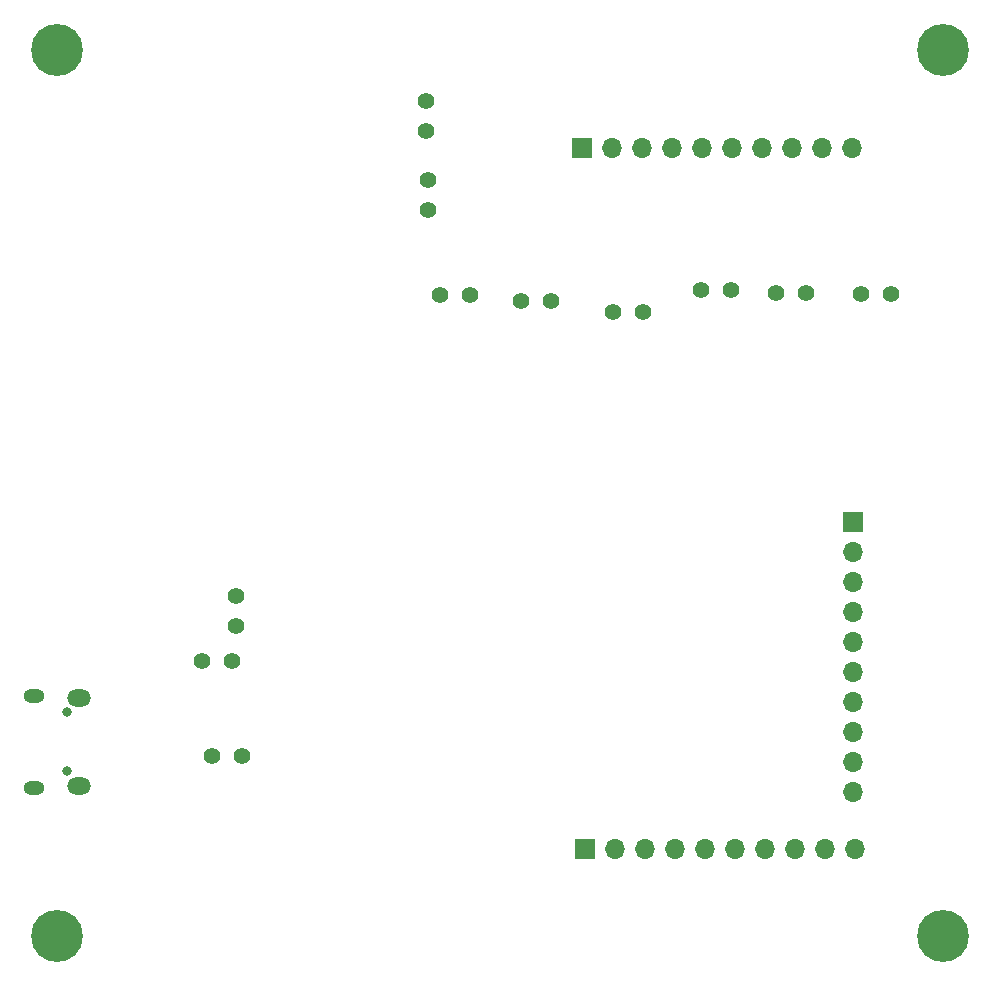
<source format=gbr>
G04 #@! TF.GenerationSoftware,KiCad,Pcbnew,(6.0.5)*
G04 #@! TF.CreationDate,2023-02-22T13:25:26-08:00*
G04 #@! TF.ProjectId,PCM1863,50434d31-3836-4332-9e6b-696361645f70,rev?*
G04 #@! TF.SameCoordinates,Original*
G04 #@! TF.FileFunction,Soldermask,Bot*
G04 #@! TF.FilePolarity,Negative*
%FSLAX46Y46*%
G04 Gerber Fmt 4.6, Leading zero omitted, Abs format (unit mm)*
G04 Created by KiCad (PCBNEW (6.0.5)) date 2023-02-22 13:25:26*
%MOMM*%
%LPD*%
G01*
G04 APERTURE LIST*
%ADD10C,4.400000*%
%ADD11C,1.400000*%
%ADD12R,1.700000X1.700000*%
%ADD13O,1.700000X1.700000*%
%ADD14O,0.800000X0.800000*%
%ADD15O,1.800000X1.150000*%
%ADD16O,2.000000X1.450000*%
G04 APERTURE END LIST*
D10*
G04 #@! TO.C,H3*
X75000000Y-125000000D03*
G04 #@! TD*
D11*
G04 #@! TO.C,JP9*
X124572500Y-72237500D03*
X122032500Y-72237500D03*
G04 #@! TD*
G04 #@! TO.C,JP7*
X87242500Y-101712500D03*
X89782500Y-101712500D03*
G04 #@! TD*
D12*
G04 #@! TO.C,J2*
X119390000Y-58350000D03*
D13*
X121930000Y-58350000D03*
X124470000Y-58350000D03*
X127010000Y-58350000D03*
X129550000Y-58350000D03*
X132090000Y-58350000D03*
X134630000Y-58350000D03*
X137170000Y-58350000D03*
X139710000Y-58350000D03*
X142250000Y-58350000D03*
G04 #@! TD*
D11*
G04 #@! TO.C,JP11*
X138372500Y-70637500D03*
X135832500Y-70637500D03*
G04 #@! TD*
D10*
G04 #@! TO.C,H2*
X150000000Y-50000000D03*
G04 #@! TD*
D11*
G04 #@! TO.C,JP1*
X107400000Y-70800000D03*
X109940000Y-70800000D03*
G04 #@! TD*
G04 #@! TO.C,JP6*
X90112500Y-98757500D03*
X90112500Y-96217500D03*
G04 #@! TD*
D14*
G04 #@! TO.C,J4*
X75800000Y-111100000D03*
X75800000Y-106100000D03*
D15*
X73050000Y-104725000D03*
D16*
X76850000Y-104875000D03*
D15*
X73050000Y-112475000D03*
D16*
X76850000Y-112325000D03*
G04 #@! TD*
D11*
G04 #@! TO.C,JP10*
X143057500Y-70662500D03*
X145597500Y-70662500D03*
G04 #@! TD*
G04 #@! TO.C,JP8*
X129457500Y-70362500D03*
X131997500Y-70362500D03*
G04 #@! TD*
D12*
G04 #@! TO.C,J1*
X119675000Y-117700000D03*
D13*
X122215000Y-117700000D03*
X124755000Y-117700000D03*
X127295000Y-117700000D03*
X129835000Y-117700000D03*
X132375000Y-117700000D03*
X134915000Y-117700000D03*
X137455000Y-117700000D03*
X139995000Y-117700000D03*
X142535000Y-117700000D03*
G04 #@! TD*
D11*
G04 #@! TO.C,JP2*
X116757500Y-71287500D03*
X114217500Y-71287500D03*
G04 #@! TD*
D12*
G04 #@! TO.C,J3*
X142400000Y-89975000D03*
D13*
X142400000Y-92515000D03*
X142400000Y-95055000D03*
X142400000Y-97595000D03*
X142400000Y-100135000D03*
X142400000Y-102675000D03*
X142400000Y-105215000D03*
X142400000Y-107755000D03*
X142400000Y-110295000D03*
X142400000Y-112835000D03*
G04 #@! TD*
D10*
G04 #@! TO.C,H4*
X150000000Y-125000000D03*
G04 #@! TD*
D11*
G04 #@! TO.C,JP5*
X90657500Y-109787500D03*
X88117500Y-109787500D03*
G04 #@! TD*
G04 #@! TO.C,JP4*
X106387500Y-61042500D03*
X106387500Y-63582500D03*
G04 #@! TD*
G04 #@! TO.C,JP3*
X106187500Y-54342500D03*
X106187500Y-56882500D03*
G04 #@! TD*
D10*
G04 #@! TO.C,H1*
X75000000Y-50000000D03*
G04 #@! TD*
M02*

</source>
